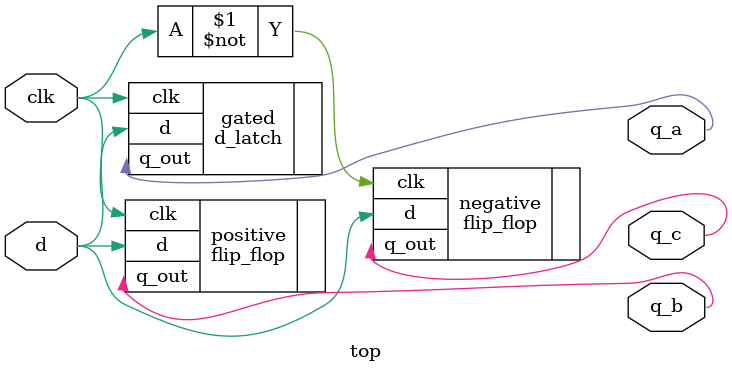
<source format=v>
/*--==========================================================================--*/
//--================================ VERILOG ===================================--
//--============================================================================--
//--                                                                            --
//-- FILE NAME: top.v                                                       --
//--                                                                            --
//-- DATE: 9/10/2012                                                            --
//--                                                                            --
//-- DESIGNER: Samir Silbak                                                     --
//--           silbak04@gmail.com                                               --
//--                                                                            --
//-- DESCRIPTION: top module to instantiate flip flop and d latch               --
//--                                                                            --
//--============================================================================--
//--================================ VERILOG ===================================--
/*--===========================================================================--*/

module top (
    input clk, d,
    output q_a, q_b, q_c
);

    d_latch gated (
        .clk(clk),
        .d(d),
        .q_out(q_a)
    );

    flip_flop positive (
        .clk(clk),
        .d(d),
        .q_out(q_b)
    );

    flip_flop negative (
        .clk(~clk),
        .d(d),
        .q_out(q_c)
    );

endmodule

</source>
